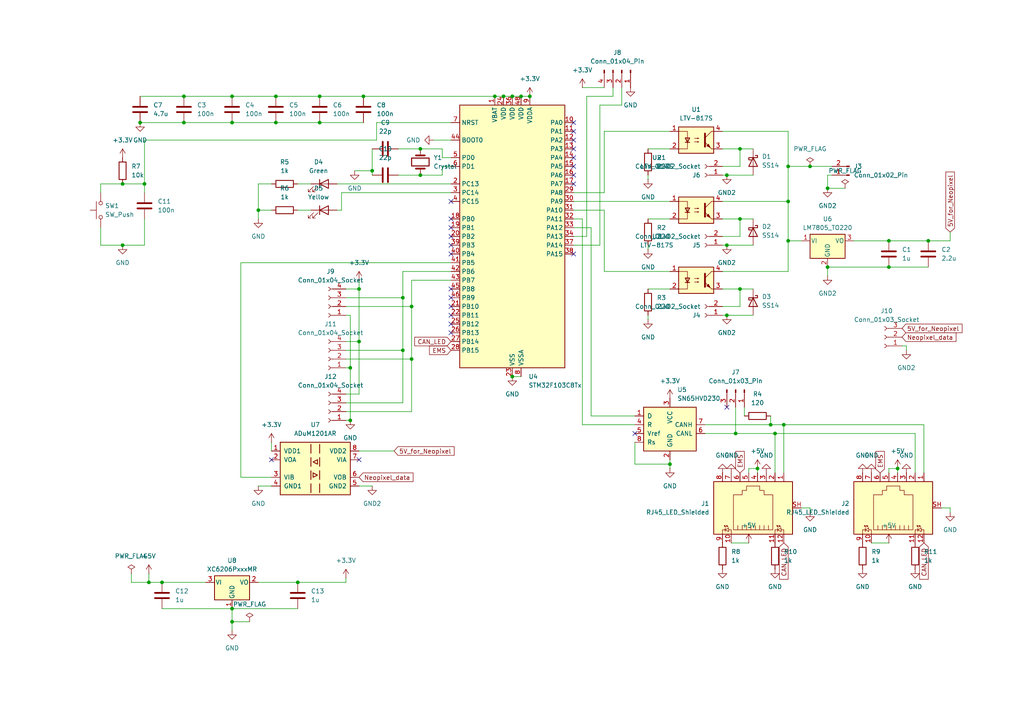
<source format=kicad_sch>
(kicad_sch (version 20250114) (generator "eeschema") (generator_version "9.0")
  (paper "A4")
  (junction (at 240.03 54.61))
  (junction (at 74.93 60.96))
  (junction (at 153.67 27.94))
  (junction (at 143.51 27.94))
  (junction (at 35.56 53.34))
  (junction (at 214.63 63.5))
  (junction (at 213.36 125.73))
  (junction (at 227.33 123.19))
  (junction (at 119.38 104.14))
  (junction (at 148.59 27.94))
  (junction (at 53.34 27.94))
  (junction (at 53.34 35.56))
  (junction (at 104.14 83.82))
  (junction (at 194.31 134.62))
  (junction (at 121.92 50.8))
  (junction (at 67.31 176.53))
  (junction (at 228.6 58.42))
  (junction (at 219.71 135.89))
  (junction (at 148.59 109.22))
  (junction (at 116.84 101.6))
  (junction (at 234.95 48.26))
  (junction (at 80.01 27.94))
  (junction (at 151.13 27.94))
  (junction (at 40.64 35.56))
  (junction (at 269.24 69.85))
  (junction (at 210.82 91.44))
  (junction (at 35.56 71.12))
  (junction (at 41.91 53.34))
  (junction (at 67.31 180.34))
  (junction (at 210.82 50.8))
  (junction (at 224.79 125.73))
  (junction (at 67.31 35.56))
  (junction (at 116.84 86.36))
  (junction (at 46.99 168.91))
  (junction (at 86.36 168.91))
  (junction (at 223.52 123.19))
  (junction (at 214.63 83.82))
  (junction (at 43.18 168.91))
  (junction (at 101.6 106.68))
  (junction (at 214.63 43.18))
  (junction (at 67.31 27.94))
  (junction (at 146.05 27.94))
  (junction (at 92.71 35.56))
  (junction (at 105.41 27.94))
  (junction (at 228.6 48.26))
  (junction (at 257.81 69.85))
  (junction (at 92.71 27.94))
  (junction (at 101.6 121.92))
  (junction (at 104.14 99.06))
  (junction (at 240.03 77.47))
  (junction (at 210.82 71.12))
  (junction (at 257.81 77.47))
  (junction (at 260.35 135.89))
  (junction (at 107.95 49.53))
  (junction (at 119.38 88.9))
  (junction (at 80.01 35.56))
  (junction (at 228.6 69.85))
  (junction (at 121.92 43.18))
  (no_connect (at 210.82 118.11))
  (no_connect (at 130.81 73.66))
  (no_connect (at 184.15 125.73))
  (no_connect (at 130.81 66.04))
  (no_connect (at 130.81 58.42))
  (no_connect (at 166.37 73.66))
  (no_connect (at 166.37 50.8))
  (no_connect (at 166.37 53.34))
  (no_connect (at 166.37 48.26))
  (no_connect (at 130.81 68.58))
  (no_connect (at 130.81 86.36))
  (no_connect (at 166.37 40.64))
  (no_connect (at 130.81 63.5))
  (no_connect (at 130.81 83.82))
  (no_connect (at 130.81 96.52))
  (no_connect (at 130.81 88.9))
  (no_connect (at 78.74 133.35))
  (no_connect (at 104.14 133.35))
  (no_connect (at 166.37 45.72))
  (no_connect (at 130.81 93.98))
  (no_connect (at 166.37 35.56))
  (no_connect (at 130.81 91.44))
  (no_connect (at 166.37 38.1))
  (no_connect (at 130.81 71.12))
  (no_connect (at 166.37 43.18))
  (wire (pts (xy 107.95 43.18) (xy 107.95 49.53)))
  (wire (pts (xy 217.17 135.89) (xy 219.71 135.89)))
  (wire (pts (xy 209.55 50.8) (xy 210.82 50.8)))
  (wire (pts (xy 143.51 27.94) (xy 146.05 27.94)))
  (wire (pts (xy 67.31 27.94) (xy 80.01 27.94)))
  (wire (pts (xy 128.27 50.8) (xy 128.27 48.26)))
  (wire (pts (xy 128.27 45.72) (xy 130.81 45.72)))
  (wire (pts (xy 257.81 77.47) (xy 269.24 77.47)))
  (wire (pts (xy 177.8 25.4) (xy 177.8 27.94)))
  (wire (pts (xy 41.91 71.12) (xy 35.56 71.12)))
  (wire (pts (xy 166.37 63.5) (xy 168.91 63.5)))
  (wire (pts (xy 130.81 78.74) (xy 116.84 78.74)))
  (wire (pts (xy 209.55 91.44) (xy 210.82 91.44)))
  (wire (pts (xy 210.82 50.8) (xy 218.44 50.8)))
  (wire (pts (xy 247.65 69.85) (xy 257.81 69.85)))
  (wire (pts (xy 69.85 76.2) (xy 130.81 76.2)))
  (wire (pts (xy 227.33 123.19) (xy 227.33 137.16)))
  (wire (pts (xy 184.15 134.62) (xy 194.31 134.62)))
  (wire (pts (xy 275.59 67.31) (xy 275.59 69.85)))
  (wire (pts (xy 69.85 138.43) (xy 69.85 76.2)))
  (wire (pts (xy 99.06 55.88) (xy 130.81 55.88)))
  (wire (pts (xy 224.79 125.73) (xy 224.79 137.16)))
  (wire (pts (xy 59.69 168.91) (xy 46.99 168.91)))
  (wire (pts (xy 166.37 58.42) (xy 194.31 58.42)))
  (wire (pts (xy 273.05 147.32) (xy 275.59 147.32)))
  (wire (pts (xy 175.26 38.1) (xy 175.26 55.88)))
  (wire (pts (xy 35.56 53.34) (xy 41.91 53.34)))
  (wire (pts (xy 166.37 60.96) (xy 175.26 60.96)))
  (wire (pts (xy 148.59 109.22) (xy 151.13 109.22)))
  (wire (pts (xy 215.9 118.11) (xy 215.9 120.65)))
  (wire (pts (xy 180.34 30.48) (xy 173.99 30.48)))
  (wire (pts (xy 80.01 27.94) (xy 92.71 27.94)))
  (wire (pts (xy 194.31 134.62) (xy 194.31 133.35)))
  (wire (pts (xy 232.41 147.32) (xy 234.95 147.32)))
  (wire (pts (xy 67.31 180.34) (xy 67.31 182.88)))
  (wire (pts (xy 170.18 27.94) (xy 170.18 68.58)))
  (wire (pts (xy 175.26 60.96) (xy 175.26 78.74)))
  (wire (pts (xy 100.33 106.68) (xy 101.6 106.68)))
  (wire (pts (xy 116.84 101.6) (xy 116.84 116.84)))
  (wire (pts (xy 121.92 43.18) (xy 128.27 43.18)))
  (wire (pts (xy 151.13 27.94) (xy 153.67 27.94)))
  (wire (pts (xy 187.96 52.07) (xy 187.96 50.8)))
  (wire (pts (xy 100.33 104.14) (xy 119.38 104.14)))
  (wire (pts (xy 53.34 27.94) (xy 67.31 27.94)))
  (wire (pts (xy 214.63 68.58) (xy 214.63 63.5)))
  (wire (pts (xy 101.6 106.68) (xy 101.6 121.92)))
  (wire (pts (xy 171.45 120.65) (xy 184.15 120.65)))
  (wire (pts (xy 227.33 123.19) (xy 267.97 123.19)))
  (wire (pts (xy 86.36 60.96) (xy 90.17 60.96)))
  (wire (pts (xy 29.21 71.12) (xy 35.56 71.12)))
  (wire (pts (xy 97.79 60.96) (xy 99.06 60.96)))
  (wire (pts (xy 209.55 88.9) (xy 214.63 88.9)))
  (wire (pts (xy 209.55 71.12) (xy 210.82 71.12)))
  (wire (pts (xy 168.91 63.5) (xy 168.91 123.19)))
  (wire (pts (xy 240.03 77.47) (xy 257.81 77.47)))
  (wire (pts (xy 219.71 135.89) (xy 219.71 137.16)))
  (wire (pts (xy 86.36 53.34) (xy 90.17 53.34)))
  (wire (pts (xy 104.14 99.06) (xy 104.14 83.82)))
  (wire (pts (xy 119.38 88.9) (xy 119.38 81.28)))
  (wire (pts (xy 228.6 48.26) (xy 228.6 58.42)))
  (wire (pts (xy 119.38 81.28) (xy 130.81 81.28)))
  (wire (pts (xy 115.57 50.8) (xy 121.92 50.8)))
  (wire (pts (xy 214.63 48.26) (xy 209.55 48.26)))
  (wire (pts (xy 228.6 38.1) (xy 228.6 48.26)))
  (wire (pts (xy 102.87 49.53) (xy 107.95 49.53)))
  (wire (pts (xy 128.27 43.18) (xy 128.27 45.72)))
  (wire (pts (xy 209.55 63.5) (xy 214.63 63.5)))
  (wire (pts (xy 109.22 40.64) (xy 41.91 40.64)))
  (wire (pts (xy 100.33 83.82) (xy 104.14 83.82)))
  (wire (pts (xy 92.71 27.94) (xy 105.41 27.94)))
  (wire (pts (xy 29.21 66.04) (xy 29.21 71.12)))
  (wire (pts (xy 40.64 27.94) (xy 53.34 27.94)))
  (wire (pts (xy 171.45 66.04) (xy 171.45 120.65)))
  (wire (pts (xy 104.14 130.81) (xy 114.3 130.81)))
  (wire (pts (xy 119.38 104.14) (xy 119.38 119.38)))
  (wire (pts (xy 168.91 25.4) (xy 175.26 25.4)))
  (wire (pts (xy 184.15 128.27) (xy 184.15 134.62)))
  (wire (pts (xy 38.1 168.91) (xy 38.1 166.37)))
  (wire (pts (xy 214.63 83.82) (xy 218.44 83.82)))
  (wire (pts (xy 228.6 69.85) (xy 228.6 78.74)))
  (wire (pts (xy 74.93 60.96) (xy 78.74 60.96)))
  (wire (pts (xy 223.52 123.19) (xy 227.33 123.19)))
  (wire (pts (xy 78.74 128.27) (xy 78.74 130.81)))
  (wire (pts (xy 214.63 88.9) (xy 214.63 83.82)))
  (wire (pts (xy 119.38 88.9) (xy 119.38 104.14)))
  (wire (pts (xy 29.21 53.34) (xy 35.56 53.34)))
  (wire (pts (xy 214.63 63.5) (xy 218.44 63.5)))
  (wire (pts (xy 228.6 38.1) (xy 209.55 38.1)))
  (wire (pts (xy 217.17 137.16) (xy 217.17 135.89)))
  (wire (pts (xy 214.63 43.18) (xy 218.44 43.18)))
  (wire (pts (xy 74.93 53.34) (xy 74.93 60.96)))
  (wire (pts (xy 53.34 35.56) (xy 67.31 35.56)))
  (wire (pts (xy 99.06 60.96) (xy 99.06 55.88)))
  (wire (pts (xy 209.55 58.42) (xy 228.6 58.42)))
  (wire (pts (xy 86.36 168.91) (xy 100.33 168.91)))
  (wire (pts (xy 67.31 176.53) (xy 86.36 176.53)))
  (wire (pts (xy 116.84 116.84) (xy 100.33 116.84)))
  (wire (pts (xy 128.27 48.26) (xy 130.81 48.26)))
  (wire (pts (xy 212.09 157.48) (xy 217.17 157.48)))
  (wire (pts (xy 228.6 48.26) (xy 234.95 48.26)))
  (wire (pts (xy 100.33 168.91) (xy 100.33 167.64)))
  (wire (pts (xy 116.84 78.74) (xy 116.84 86.36)))
  (wire (pts (xy 240.03 54.61) (xy 240.03 50.8)))
  (wire (pts (xy 228.6 69.85) (xy 232.41 69.85)))
  (wire (pts (xy 100.33 86.36) (xy 116.84 86.36)))
  (wire (pts (xy 257.81 135.89) (xy 260.35 135.89)))
  (wire (pts (xy 67.31 35.56) (xy 80.01 35.56)))
  (wire (pts (xy 168.91 123.19) (xy 184.15 123.19)))
  (wire (pts (xy 67.31 176.53) (xy 67.31 180.34)))
  (wire (pts (xy 187.96 63.5) (xy 194.31 63.5)))
  (wire (pts (xy 121.92 50.8) (xy 128.27 50.8)))
  (wire (pts (xy 148.59 27.94) (xy 151.13 27.94)))
  (wire (pts (xy 275.59 147.32) (xy 275.59 148.59)))
  (wire (pts (xy 173.99 30.48) (xy 173.99 71.12)))
  (wire (pts (xy 194.31 135.89) (xy 194.31 134.62)))
  (wire (pts (xy 209.55 43.18) (xy 214.63 43.18)))
  (wire (pts (xy 46.99 176.53) (xy 67.31 176.53)))
  (wire (pts (xy 29.21 55.88) (xy 29.21 53.34)))
  (wire (pts (xy 80.01 35.56) (xy 92.71 35.56)))
  (wire (pts (xy 105.41 27.94) (xy 143.51 27.94)))
  (wire (pts (xy 166.37 66.04) (xy 171.45 66.04)))
  (wire (pts (xy 125.73 40.64) (xy 130.81 40.64)))
  (wire (pts (xy 180.34 25.4) (xy 180.34 30.48)))
  (wire (pts (xy 78.74 53.34) (xy 74.93 53.34)))
  (wire (pts (xy 257.81 137.16) (xy 257.81 135.89)))
  (wire (pts (xy 119.38 119.38) (xy 100.33 119.38)))
  (wire (pts (xy 209.55 68.58) (xy 214.63 68.58)))
  (wire (pts (xy 265.43 125.73) (xy 265.43 137.16)))
  (wire (pts (xy 46.99 168.91) (xy 43.18 168.91)))
  (wire (pts (xy 41.91 63.5) (xy 41.91 71.12)))
  (wire (pts (xy 100.33 121.92) (xy 101.6 121.92)))
  (wire (pts (xy 240.03 77.47) (xy 240.03 80.01)))
  (wire (pts (xy 41.91 53.34) (xy 41.91 55.88)))
  (wire (pts (xy 177.8 27.94) (xy 170.18 27.94)))
  (wire (pts (xy 74.93 140.97) (xy 78.74 140.97)))
  (wire (pts (xy 261.62 100.33) (xy 262.89 100.33)))
  (wire (pts (xy 267.97 123.19) (xy 267.97 137.16)))
  (wire (pts (xy 228.6 58.42) (xy 228.6 69.85)))
  (wire (pts (xy 187.96 92.71) (xy 187.96 91.44)))
  (wire (pts (xy 109.22 35.56) (xy 109.22 40.64)))
  (wire (pts (xy 187.96 83.82) (xy 194.31 83.82)))
  (wire (pts (xy 74.93 168.91) (xy 86.36 168.91)))
  (wire (pts (xy 74.93 60.96) (xy 74.93 63.5)))
  (wire (pts (xy 213.36 125.73) (xy 224.79 125.73)))
  (wire (pts (xy 234.95 147.32) (xy 234.95 148.59)))
  (wire (pts (xy 104.14 140.97) (xy 107.95 140.97)))
  (wire (pts (xy 40.64 35.56) (xy 53.34 35.56)))
  (wire (pts (xy 101.6 91.44) (xy 101.6 106.68)))
  (wire (pts (xy 104.14 83.82) (xy 104.14 81.28)))
  (wire (pts (xy 204.47 125.73) (xy 213.36 125.73)))
  (wire (pts (xy 240.03 54.61) (xy 245.11 54.61)))
  (wire (pts (xy 100.33 101.6) (xy 116.84 101.6)))
  (wire (pts (xy 116.84 86.36) (xy 116.84 101.6)))
  (wire (pts (xy 100.33 88.9) (xy 119.38 88.9)))
  (wire (pts (xy 43.18 168.91) (xy 38.1 168.91)))
  (wire (pts (xy 78.74 138.43) (xy 69.85 138.43)))
  (wire (pts (xy 92.71 35.56) (xy 105.41 35.56)))
  (wire (pts (xy 275.59 69.85) (xy 269.24 69.85)))
  (wire (pts (xy 252.73 157.48) (xy 257.81 157.48)))
  (wire (pts (xy 262.89 100.33) (xy 262.89 101.6)))
  (wire (pts (xy 100.33 99.06) (xy 104.14 99.06)))
  (wire (pts (xy 175.26 55.88) (xy 166.37 55.88)))
  (wire (pts (xy 187.96 43.18) (xy 194.31 43.18)))
  (wire (pts (xy 213.36 118.11) (xy 213.36 125.73)))
  (wire (pts (xy 194.31 38.1) (xy 175.26 38.1)))
  (wire (pts (xy 210.82 91.44) (xy 218.44 91.44)))
  (wire (pts (xy 257.81 69.85) (xy 269.24 69.85)))
  (wire (pts (xy 100.33 114.3) (xy 104.14 114.3)))
  (wire (pts (xy 115.57 43.18) (xy 121.92 43.18)))
  (wire (pts (xy 41.91 40.64) (xy 41.91 53.34)))
  (wire (pts (xy 209.55 83.82) (xy 214.63 83.82)))
  (wire (pts (xy 170.18 68.58) (xy 166.37 68.58)))
  (wire (pts (xy 67.31 180.34) (xy 72.39 180.34)))
  (wire (pts (xy 97.79 53.34) (xy 130.81 53.34)))
  (wire (pts (xy 204.47 123.19) (xy 223.52 123.19)))
  (wire (pts (xy 100.33 91.44) (xy 101.6 91.44)))
  (wire (pts (xy 104.14 114.3) (xy 104.14 99.06)))
  (wire (pts (xy 146.05 27.94) (xy 148.59 27.94)))
  (wire (pts (xy 130.81 35.56) (xy 109.22 35.56)))
  (wire (pts (xy 234.95 48.26) (xy 241.3 48.26)))
  (wire (pts (xy 240.03 50.8) (xy 241.3 50.8)))
  (wire (pts (xy 175.26 78.74) (xy 194.31 78.74)))
  (wire (pts (xy 43.18 166.37) (xy 43.18 168.91)))
  (wire (pts (xy 210.82 71.12) (xy 218.44 71.12)))
  (wire (pts (xy 224.79 125.73) (xy 265.43 125.73)))
  (wire (pts (xy 187.96 72.39) (xy 187.96 71.12)))
  (wire (pts (xy 214.63 43.18) (xy 214.63 48.26)))
  (wire (pts (xy 228.6 78.74) (xy 209.55 78.74)))
  (wire (pts (xy 173.99 71.12) (xy 166.37 71.12)))
  (wire (pts (xy 107.95 49.53) (xy 107.95 50.8)))
  (wire (pts (xy 223.52 120.65) (xy 223.52 123.19)))
  (wire (pts (xy 260.35 135.89) (xy 260.35 137.16)))
  (global_label "Neopixel_data" (shape input) (at 261.62 97.79 0) (property "Intersheetrefs" "${INTERSHEET_REFS}" (effects (hide yes))))
  (global_label "CAN_LED" (shape input) (at 227.33 157.48 270) (property "Intersheetrefs" "${INTERSHEET_REFS}" (effects (hide yes))))
  (global_label "EMS" (shape input) (at 214.63 137.16 90) (property "Intersheetrefs" "${INTERSHEET_REFS}" (effects (hide yes))))
  (global_label "5V_for_Neopixel" (shape input) (at 275.59 67.31 90) (property "Intersheetrefs" "${INTERSHEET_REFS}" (effects (hide yes))))
  (global_label "5V_for_Neopixel" (shape input) (at 114.3 130.81 0) (property "Intersheetrefs" "${INTERSHEET_REFS}" (effects (hide yes))))
  (global_label "CAN_LED" (shape input) (at 267.97 157.48 270) (property "Intersheetrefs" "${INTERSHEET_REFS}" (effects (hide yes))))
  (global_label "5V_for_Neopixel" (shape input) (at 261.62 95.25 0) (property "Intersheetrefs" "${INTERSHEET_REFS}" (effects (hide yes))))
  (global_label "CAN_LED" (shape input) (at 130.81 99.06 180) (property "Intersheetrefs" "${INTERSHEET_REFS}" (effects (hide yes))))
  (global_label "EMS" (shape input) (at 130.81 101.6 180) (property "Intersheetrefs" "${INTERSHEET_REFS}" (effects (hide yes))))
  (global_label "Neopixel_data" (shape input) (at 104.14 138.43 0) (property "Intersheetrefs" "${INTERSHEET_REFS}" (effects (hide yes))))
  (global_label "EMS" (shape input) (at 255.27 137.16 90) (property "Intersheetrefs" "${INTERSHEET_REFS}" (effects (hide yes))))
  (symbol (lib_id "Device:R") (at 265.43 161.29 0) (unit 1)
    (property "Reference" "R11" (at 267.97 160.0199 0) (effects (justify left)))
    (property "Value" "1k" (at 267.97 162.5599 0) (effects (justify left)))
    (property "Footprint" "Resistor_SMD:R_0603_1608Metric" (effects (hide yes)))
    (property "Description" "Resistor" (effects (hide yes)))
  )
  (symbol (lib_id "power:+5V") (at 260.35 135.89 0) (unit 1)
    (property "Reference" "#PWR016" (effects (hide yes)))
    (property "Value" "+5V" (at 260.35 130.81 0))
    (property "Description" "Power symbol creates a global label with name \"+5V\"" (effects (hide yes)))
  )
  (symbol (lib_id "Connector:Conn_01x04_Pin") (at 180.34 20.32 270) (unit 1)
    (property "Reference" "J8" (at 179.07 15.24 90))
    (property "Value" "Conn_01x04_Pin" (at 179.07 17.78 90))
    (property "Footprint" "Connector_PinHeader_2.54mm:PinHeader_1x04_P2.54mm_Vertical" (effects (hide yes)))
    (property "Description" "Generic connector, single row, 01x04, script generated" (effects (hide yes)))
  )
  (symbol (lib_id "Device:C") (at 86.36 172.72 0) (unit 1)
    (property "Reference" "C13" (at 90.17 171.4499 0) (effects (justify left)))
    (property "Value" "1u" (at 90.17 173.9899 0) (effects (justify left)))
    (property "Footprint" "Capacitor_SMD:C_0603_1608Metric" (effects (hide yes)))
    (property "Description" "Unpolarized capacitor" (effects (hide yes)))
  )
  (symbol (lib_id "Isolator:LTV-817S") (at 201.93 40.64 0) (unit 1)
    (property "Reference" "U1" (at 201.93 31.75 0))
    (property "Value" "LTV-817S" (at 201.93 34.29 0))
    (property "Footprint" "Package_DIP:SMDIP-4_W9.53mm" (effects (hide yes)))
    (property "Datasheet" "http://www.us.liteon.com/downloads/LTV-817-827-847.PDF" (effects (hide yes)))
    (property "Description" "DC Optocoupler, Vce 35V, CTR 50%, SMDIP-4" (effects (hide yes)))
  )
  (symbol (lib_id "Device:LED") (at 93.98 60.96 0) (unit 1)
    (property "Reference" "D5" (at 92.3925 54.61 0))
    (property "Value" "Yellow" (at 92.3925 57.15 0))
    (property "Footprint" "LED_SMD:LED_0805_2012Metric" (effects (hide yes)))
    (property "Description" "Light emitting diode" (effects (hide yes)))
    (property "Sim.Pins" "1=K 2=A" (effects (hide yes)))
  )
  (symbol (lib_id "power:GND2") (at 210.82 91.44 0) (unit 1)
    (property "Reference" "#PWR01" (effects (hide yes)))
    (property "Value" "GND2" (at 210.82 96.52 0))
    (property "Description" "Power symbol creates a global label with name \"GND2\" , ground" (effects (hide yes)))
  )
  (symbol (lib_id "Device:C") (at 53.34 31.75 0) (unit 1)
    (property "Reference" "C3" (at 57.15 30.4799 0) (effects (justify left)))
    (property "Value" "100n" (at 57.15 33.0199 0) (effects (justify left)))
    (property "Footprint" "Capacitor_SMD:C_0603_1608Metric" (effects (hide yes)))
    (property "Description" "Unpolarized capacitor" (effects (hide yes)))
  )
  (symbol (lib_id "power:GND2") (at 240.03 54.61 0) (unit 1)
    (property "Reference" "#PWR019" (effects (hide yes)))
    (property "Value" "GND2" (at 240.03 59.69 0))
    (property "Description" "Power symbol creates a global label with name \"GND2\" , ground" (effects (hide yes)))
  )
  (symbol (lib_id "power:PWR_FLAG") (at 72.39 180.34 0) (unit 1)
    (property "Reference" "#FLG04" (effects (hide yes)))
    (property "Value" "PWR_FLAG" (at 72.39 175.26 0))
    (property "Description" "Special symbol for telling ERC where power comes from" (effects (hide yes)))
  )
  (symbol (lib_id "Connector:Conn_01x02_Pin") (at 246.38 50.8 180) (unit 1)
    (property "Reference" "J3" (at 247.65 48.2599 0) (effects (justify right)))
    (property "Value" "Conn_01x02_Pin" (at 247.65 50.7999 0) (effects (justify right)))
    (property "Footprint" "Connector_AMASS:AMASS_XT30U-F_1x02_P5.0mm_Vertical" (effects (hide yes)))
    (property "Description" "Generic connector, single row, 01x02, script generated" (effects (hide yes)))
  )
  (symbol (lib_id "Device:R") (at 187.96 46.99 0) (unit 1)
    (property "Reference" "R1" (at 190.5 45.7199 0) (effects (justify left)))
    (property "Value" "220" (at 190.5 48.2599 0) (effects (justify left)))
    (property "Footprint" "Resistor_SMD:R_0603_1608Metric" (effects (hide yes)))
    (property "Description" "Resistor" (effects (hide yes)))
  )
  (symbol (lib_id "power:+3.3V") (at 78.74 128.27 0) (unit 1)
    (property "Reference" "#PWR032" (effects (hide yes)))
    (property "Value" "+3.3V" (at 78.74 123.19 0))
    (property "Description" "Power symbol creates a global label with name \"+3.3V\"" (effects (hide yes)))
  )
  (symbol (lib_id "Device:C") (at 40.64 31.75 0) (unit 1)
    (property "Reference" "C7" (at 44.45 30.4799 0) (effects (justify left)))
    (property "Value" "4.7u" (at 44.45 33.0199 0) (effects (justify left)))
    (property "Footprint" "Capacitor_SMD:C_0603_1608Metric" (effects (hide yes)))
    (property "Description" "Unpolarized capacitor" (effects (hide yes)))
  )
  (symbol (lib_id "Connector:Conn_01x02_Socket") (at 204.47 91.44 180) (unit 1)
    (property "Reference" "J4" (at 203.2 91.4401 0) (effects (justify left)))
    (property "Value" "Conn_01x02_Socket" (at 203.2 88.9001 0) (effects (justify left)))
    (property "Footprint" "Connector_JST:JST_XH_B2B-XH-A_1x02_P2.50mm_Vertical" (effects (hide yes)))
    (property "Description" "Generic connector, single row, 01x02, script generated" (effects (hide yes)))
  )
  (symbol (lib_id "power:GND") (at 222.25 137.16 180) (unit 1)
    (property "Reference" "#PWR012" (effects (hide yes)))
    (property "Value" "GND" (at 222.25 132.08 0))
    (property "Description" "Power symbol creates a global label with name \"GND\" , ground" (effects (hide yes)))
  )
  (symbol (lib_id "power:GND") (at 265.43 165.1 0) (unit 1)
    (property "Reference" "#PWR039" (effects (hide yes)))
    (property "Value" "GND" (at 265.43 170.18 0))
    (property "Description" "Power symbol creates a global label with name \"GND\" , ground" (effects (hide yes)))
  )
  (symbol (lib_id "power:+3.3V") (at 35.56 45.72 0) (unit 1)
    (property "Reference" "#PWR045" (effects (hide yes)))
    (property "Value" "+3.3V" (at 35.56 40.64 0))
    (property "Description" "Power symbol creates a global label with name \"+3.3V\"" (effects (hide yes)))
  )
  (symbol (lib_id "power:GND") (at 209.55 165.1 0) (unit 1)
    (property "Reference" "#PWR036" (effects (hide yes)))
    (property "Value" "GND" (at 209.55 170.18 0))
    (property "Description" "Power symbol creates a global label with name \"GND\" , ground" (effects (hide yes)))
  )
  (symbol (lib_id "Device:R") (at 187.96 67.31 0) (unit 1)
    (property "Reference" "R2" (at 190.5 66.0399 0) (effects (justify left)))
    (property "Value" "220" (at 190.5 68.5799 0) (effects (justify left)))
    (property "Footprint" "Resistor_SMD:R_0603_1608Metric" (effects (hide yes)))
    (property "Description" "Resistor" (effects (hide yes)))
  )
  (symbol (lib_id "power:GND") (at 209.55 137.16 180) (unit 1)
    (property "Reference" "#PWR010" (effects (hide yes)))
    (property "Value" "GND" (at 209.55 132.08 0))
    (property "Description" "Power symbol creates a global label with name \"GND\" , ground" (effects (hide yes)))
  )
  (symbol (lib_id "power:+5V") (at 219.71 135.89 0) (unit 1)
    (property "Reference" "#PWR017" (effects (hide yes)))
    (property "Value" "+5V" (at 219.71 130.81 0))
    (property "Description" "Power symbol creates a global label with name \"+5V\"" (effects (hide yes)))
  )
  (symbol (lib_id "power:GND") (at 74.93 140.97 0) (unit 1)
    (property "Reference" "#PWR030" (effects (hide yes)))
    (property "Value" "GND" (at 74.93 146.05 0))
    (property "Description" "Power symbol creates a global label with name \"GND\" , ground" (effects (hide yes)))
  )
  (symbol (lib_id "Device:R") (at 209.55 161.29 0) (unit 1)
    (property "Reference" "R8" (at 212.09 160.0199 0) (effects (justify left)))
    (property "Value" "1k" (at 212.09 162.5599 0) (effects (justify left)))
    (property "Footprint" "Resistor_SMD:R_0603_1608Metric" (effects (hide yes)))
    (property "Description" "Resistor" (effects (hide yes)))
  )
  (symbol (lib_id "Device:Crystal") (at 121.92 46.99 270) (unit 1)
    (property "Reference" "Y1" (at 125.73 45.7199 90) (effects (justify left)))
    (property "Value" "Crystal" (at 125.73 48.2599 90) (effects (justify left)))
    (property "Footprint" "Crystal:Crystal_SMD_5032-2Pin_5.0x3.2mm" (effects (hide yes)))
    (property "Description" "Two pin crystal" (effects (hide yes)))
  )
  (symbol (lib_id "Device:C") (at 80.01 31.75 0) (unit 1)
    (property "Reference" "C5" (at 83.82 30.4799 0) (effects (justify left)))
    (property "Value" "100n" (at 83.82 33.0199 0) (effects (justify left)))
    (property "Footprint" "Capacitor_SMD:C_0603_1608Metric" (effects (hide yes)))
    (property "Description" "Unpolarized capacitor" (effects (hide yes)))
  )
  (symbol (lib_id "Interface_CAN_LIN:SN65HVD230") (at 194.31 123.19 0) (unit 1)
    (property "Reference" "U5" (at 196.4533 113.03 0) (effects (justify left)))
    (property "Value" "SN65HVD230" (at 196.4533 115.57 0) (effects (justify left)))
    (property "Footprint" "Package_SO:SOIC-8_3.9x4.9mm_P1.27mm" (effects (hide yes)))
    (property "Datasheet" "http://www.ti.com/lit/ds/symlink/sn65hvd230.pdf" (effects (hide yes)))
    (property "Description" "CAN Bus Transceivers, 3.3V, 1Mbps, Low-Power capabilities, SOIC-8" (effects (hide yes)))
  )
  (symbol (lib_id "power:+5V") (at 257.81 157.48 0) (unit 1)
    (property "Reference" "#PWR035" (effects (hide yes)))
    (property "Value" "+5V" (at 257.81 152.4 0))
    (property "Description" "Power symbol creates a global label with name \"+5V\"" (effects (hide yes)))
  )
  (symbol (lib_id "power:GND") (at 187.96 52.07 0) (unit 1)
    (property "Reference" "#PWR05" (effects (hide yes)))
    (property "Value" "GND" (at 187.96 57.15 0))
    (property "Description" "Power symbol creates a global label with name \"GND\" , ground" (effects (hide yes)))
  )
  (symbol (lib_id "Connector:RJ45_LED_Shielded") (at 219.71 147.32 90) (unit 1)
    (property "Reference" "J1" (at 205.74 146.0499 90) (effects (justify left)))
    (property "Value" "RJ45_LED_Shielded" (at 205.74 148.5899 90) (effects (justify left)))
    (property "Footprint" "Connector_RJ:RJ45_Amphenol_RJHSE538X" (effects (hide yes)))
    (property "Description" "RJ connector, 8P8C (8 positions 8 connected), two LEDs, Shielded" (effects (hide yes)))
  )
  (symbol (lib_id "power:GND") (at 250.19 137.16 180) (unit 1)
    (property "Reference" "#PWR013" (effects (hide yes)))
    (property "Value" "GND" (at 250.19 132.08 0))
    (property "Description" "Power symbol creates a global label with name \"GND\" , ground" (effects (hide yes)))
  )
  (symbol (lib_id "power:+5V") (at 217.17 157.48 0) (unit 1)
    (property "Reference" "#PWR034" (effects (hide yes)))
    (property "Value" "+5V" (at 217.17 152.4 0))
    (property "Description" "Power symbol creates a global label with name \"+5V\"" (effects (hide yes)))
  )
  (symbol (lib_id "Device:C") (at 92.71 31.75 0) (unit 1)
    (property "Reference" "C6" (at 96.52 30.4799 0) (effects (justify left)))
    (property "Value" "100n" (at 96.52 33.0199 0) (effects (justify left)))
    (property "Footprint" "Capacitor_SMD:C_0603_1608Metric" (effects (hide yes)))
    (property "Description" "Unpolarized capacitor" (effects (hide yes)))
  )
  (symbol (lib_id "Diode:SS14") (at 218.44 46.99 270) (unit 1)
    (property "Reference" "D1" (at 220.98 45.4024 90) (effects (justify left)))
    (property "Value" "SS14" (at 220.98 47.9424 90) (effects (justify left)))
    (property "Footprint" "Diode_SMD:D_SMA" (effects (hide yes)))
    (property "Datasheet" "https://www.vishay.com/docs/88746/ss12.pdf" (effects (hide yes)))
    (property "Description" "40V 1A Schottky Diode, SMA" (effects (hide yes)))
  )
  (symbol (lib_id "Device:R") (at 82.55 53.34 270) (unit 1)
    (property "Reference" "R5" (at 82.55 46.99 90))
    (property "Value" "1k" (at 82.55 49.53 90))
    (property "Footprint" "Resistor_SMD:R_0603_1608Metric" (effects (hide yes)))
    (property "Description" "Resistor" (effects (hide yes)))
  )
  (symbol (lib_id "power:GND") (at 148.59 109.22 0) (unit 1)
    (property "Reference" "#PWR028" (effects (hide yes)))
    (property "Value" "GND" (at 148.59 114.3 0))
    (property "Description" "Power symbol creates a global label with name \"GND\" , ground" (effects (hide yes)))
  )
  (symbol (lib_id "Device:C") (at 111.76 50.8 270) (unit 1)
    (property "Reference" "C10" (at 111.76 43.18 90))
    (property "Value" "22p" (at 111.76 45.72 90))
    (property "Footprint" "Capacitor_SMD:C_0603_1608Metric" (effects (hide yes)))
    (property "Description" "Unpolarized capacitor" (effects (hide yes)))
  )
  (symbol (lib_id "Connector:Conn_01x03_Socket") (at 256.54 97.79 180) (unit 1)
    (property "Reference" "J10" (at 257.175 90.17 0))
    (property "Value" "Conn_01x03_Socket" (at 257.175 92.71 0))
    (property "Footprint" "Connector_JST:JST_XH_B3B-XH-A_1x03_P2.50mm_Vertical" (effects (hide yes)))
    (property "Description" "Generic connector, single row, 01x03, script generated" (effects (hide yes)))
  )
  (symbol (lib_id "MCU_ST_STM32F1:STM32F103C8Tx") (at 148.59 68.58 0) (unit 1)
    (property "Reference" "U4" (at 153.2733 109.22 0) (effects (justify left)))
    (property "Value" "STM32F103C8Tx" (at 153.2733 111.76 0) (effects (justify left)))
    (property "Footprint" "Package_QFP:LQFP-48_7x7mm_P0.5mm" (effects (hide yes)))
    (property "Datasheet" "https://www.st.com/resource/en/datasheet/stm32f103c8.pdf" (effects (hide yes)))
    (property "Description" "STMicroelectronics Arm Cortex-M3 MCU, 64KB flash, 20KB RAM, 72 MHz, 2.0-3.6V, 37 GPIO, LQFP48" (effects (hide yes)))
  )
  (symbol (lib_id "power:GND") (at 275.59 148.59 0) (unit 1)
    (property "Reference" "#PWR041" (effects (hide yes)))
    (property "Value" "GND" (at 275.59 153.67 0))
    (property "Description" "Power symbol creates a global label with name \"GND\" , ground" (effects (hide yes)))
  )
  (symbol (lib_id "Device:R") (at 82.55 60.96 90) (unit 1)
    (property "Reference" "R6" (at 82.55 54.61 90))
    (property "Value" "1k" (at 82.55 57.15 90))
    (property "Footprint" "Resistor_SMD:R_0603_1608Metric" (effects (hide yes)))
    (property "Description" "Resistor" (effects (hide yes)))
  )
  (symbol (lib_id "power:+3.3V") (at 104.14 81.28 0) (unit 1)
    (property "Reference" "#PWR027" (effects (hide yes)))
    (property "Value" "+3.3V" (at 104.14 76.2 0))
    (property "Description" "Power symbol creates a global label with name \"+3.3V\"" (effects (hide yes)))
  )
  (symbol (lib_id "power:GND") (at 194.31 135.89 0) (unit 1)
    (property "Reference" "#PWR09" (effects (hide yes)))
    (property "Value" "GND" (at 194.31 140.97 0))
    (property "Description" "Power symbol creates a global label with name \"GND\" , ground" (effects (hide yes)))
  )
  (symbol (lib_id "power:GND") (at 212.09 137.16 180) (unit 1)
    (property "Reference" "#PWR011" (effects (hide yes)))
    (property "Value" "GND" (at 212.09 132.08 0))
    (property "Description" "Power symbol creates a global label with name \"GND\" , ground" (effects (hide yes)))
  )
  (symbol (lib_id "Device:C") (at 257.81 73.66 0) (unit 1)
    (property "Reference" "C1" (at 261.62 72.3899 0) (effects (justify left)))
    (property "Value" "1u" (at 261.62 74.9299 0) (effects (justify left)))
    (property "Footprint" "Capacitor_SMD:C_0603_1608Metric" (effects (hide yes)))
    (property "Description" "Unpolarized capacitor" (effects (hide yes)))
  )
  (symbol (lib_id "Isolator:ADuM1201AR") (at 91.44 135.89 0) (unit 1)
    (property "Reference" "U7" (at 91.44 123.19 0))
    (property "Value" "ADuM1201AR" (at 91.44 125.73 0))
    (property "Footprint" "Package_SO:SOIC-8_3.9x4.9mm_P1.27mm" (effects (hide yes)))
    (property "Datasheet" "https://www.analog.com/media/en/technical-documentation/data-sheets/ADuM1200_1201.pdf" (effects (hide yes)))
    (property "Description" "Dual-channel digital isolator, bidirectional communication, 3V/5V level translation, SOIC-8" (effects (hide yes)))
  )
  (symbol (lib_id "Device:R") (at 35.56 49.53 0) (unit 1)
    (property "Reference" "R7" (at 38.1 48.2599 0) (effects (justify left)))
    (property "Value" "10k" (at 38.1 50.7999 0) (effects (justify left)))
    (property "Footprint" "Resistor_SMD:R_0603_1608Metric" (effects (hide yes)))
    (property "Description" "Resistor" (effects (hide yes)))
  )
  (symbol (lib_id "Regulator_Linear:LM7805_TO220") (at 240.03 69.85 0) (unit 1)
    (property "Reference" "U6" (at 240.03 63.5 0))
    (property "Value" "LM7805_TO220" (at 240.03 66.04 0))
    (property "Footprint" "Package_TO_SOT_THT:TO-220-3_Vertical" (effects (hide yes)))
    (property "Datasheet" "https://www.onsemi.cn/PowerSolutions/document/MC7800-D.PDF" (effects (hide yes)))
    (property "Description" "Positive 1A 35V Linear Regulator, Fixed Output 5V, TO-220" (effects (hide yes)))
  )
  (symbol (lib_id "power:GND") (at 262.89 137.16 180) (unit 1)
    (property "Reference" "#PWR015" (effects (hide yes)))
    (property "Value" "GND" (at 262.89 132.08 0))
    (property "Description" "Power symbol creates a global label with name \"GND\" , ground" (effects (hide yes)))
  )
  (symbol (lib_id "power:GND") (at 224.79 165.1 0) (unit 1)
    (property "Reference" "#PWR038" (effects (hide yes)))
    (property "Value" "GND" (at 224.79 170.18 0))
    (property "Description" "Power symbol creates a global label with name \"GND\" , ground" (effects (hide yes)))
  )
  (symbol (lib_id "power:PWR_FLAG") (at 234.95 48.26 0) (unit 1)
    (property "Reference" "#FLG01" (effects (hide yes)))
    (property "Value" "PWR_FLAG" (at 234.95 43.18 0))
    (property "Description" "Special symbol for telling ERC where power comes from" (effects (hide yes)))
  )
  (symbol (lib_id "Device:C") (at 111.76 43.18 270) (unit 1)
    (property "Reference" "C9" (at 111.76 35.56 90))
    (property "Value" "22p" (at 111.76 38.1 90))
    (property "Footprint" "Capacitor_SMD:C_0603_1608Metric" (effects (hide yes)))
    (property "Description" "Unpolarized capacitor" (effects (hide yes)))
  )
  (symbol (lib_id "power:GND") (at 40.64 35.56 0) (unit 1)
    (property "Reference" "#PWR022" (effects (hide yes)))
    (property "Value" "GND" (at 40.64 40.64 0))
    (property "Description" "Power symbol creates a global label with name \"GND\" , ground" (effects (hide yes)))
  )
  (symbol (lib_id "power:GND") (at 234.95 148.59 0) (unit 1)
    (property "Reference" "#PWR040" (effects (hide yes)))
    (property "Value" "GND" (at 234.95 153.67 0))
    (property "Description" "Power symbol creates a global label with name \"GND\" , ground" (effects (hide yes)))
  )
  (symbol (lib_id "Device:R") (at 250.19 161.29 0) (unit 1)
    (property "Reference" "R9" (at 252.73 160.0199 0) (effects (justify left)))
    (property "Value" "1k" (at 252.73 162.5599 0) (effects (justify left)))
    (property "Footprint" "Resistor_SMD:R_0603_1608Metric" (effects (hide yes)))
    (property "Description" "Resistor" (effects (hide yes)))
  )
  (symbol (lib_id "Connector:RJ45_LED_Shielded") (at 260.35 147.32 90) (unit 1)
    (property "Reference" "J2" (at 246.38 146.0499 90) (effects (justify left)))
    (property "Value" "RJ45_LED_Shielded" (at 246.38 148.5899 90) (effects (justify left)))
    (property "Footprint" "Connector_RJ:RJ45_Amphenol_RJHSE538X" (effects (hide yes)))
    (property "Description" "RJ connector, 8P8C (8 positions 8 connected), two LEDs, Shielded" (effects (hide yes)))
  )
  (symbol (lib_id "Diode:SS14") (at 218.44 87.63 270) (unit 1)
    (property "Reference" "D3" (at 220.98 86.0424 90) (effects (justify left)))
    (property "Value" "SS14" (at 220.98 88.5824 90) (effects (justify left)))
    (property "Footprint" "Diode_SMD:D_SMA" (effects (hide yes)))
    (property "Datasheet" "https://www.vishay.com/docs/88746/ss12.pdf" (effects (hide yes)))
    (property "Description" "40V 1A Schottky Diode, SMA" (effects (hide yes)))
  )
  (symbol (lib_id "power:+3.3V") (at 168.91 25.4 0) (unit 1)
    (property "Reference" "#PWR02" (effects (hide yes)))
    (property "Value" "+3.3V" (at 168.91 20.32 0))
    (property "Description" "Power symbol creates a global label with name \"+3.3V\"" (effects (hide yes)))
  )
  (symbol (lib_id "power:+3.3V") (at 153.67 27.94 0) (unit 1)
    (property "Reference" "#PWR04" (effects (hide yes)))
    (property "Value" "+3.3V" (at 153.67 22.86 0))
    (property "Description" "Power symbol creates a global label with name \"+3.3V\"" (effects (hide yes)))
  )
  (symbol (lib_id "power:GND") (at 67.31 182.88 0) (unit 1)
    (property "Reference" "#PWR044" (effects (hide yes)))
    (property "Value" "GND" (at 67.31 187.96 0))
    (property "Description" "Power symbol creates a global label with name \"GND\" , ground" (effects (hide yes)))
  )
  (symbol (lib_id "power:PWR_FLAG") (at 38.1 166.37 0) (unit 1)
    (property "Reference" "#FLG03" (effects (hide yes)))
    (property "Value" "PWR_FLAG" (at 38.1 161.29 0))
    (property "Description" "Special symbol for telling ERC where power comes from" (effects (hide yes)))
  )
  (symbol (lib_id "power:GND") (at 252.73 137.16 180) (unit 1)
    (property "Reference" "#PWR014" (effects (hide yes)))
    (property "Value" "GND" (at 252.73 132.08 0))
    (property "Description" "Power symbol creates a global label with name \"GND\" , ground" (effects (hide yes)))
  )
  (symbol (lib_id "Regulator_Linear:XC6206PxxxMR") (at 67.31 168.91 0) (unit 1)
    (property "Reference" "U8" (at 67.31 162.56 0))
    (property "Value" "XC6206PxxxMR" (at 67.31 165.1 0))
    (property "Footprint" "Package_TO_SOT_SMD:SOT-23-3" (effects (hide yes)))
    (property "Datasheet" "https://www.torexsemi.com/file/xc6206/XC6206.pdf" (effects (hide yes)))
    (property "Description" "Positive 60-250mA Low Dropout Regulator, Fixed Output, SOT-23" (effects (hide yes)))
  )
  (symbol (lib_id "power:+5V") (at 43.18 166.37 0) (unit 1)
    (property "Reference" "#PWR043" (effects (hide yes)))
    (property "Value" "+5V" (at 43.18 161.29 0))
    (property "Description" "Power symbol creates a global label with name \"+5V\"" (effects (hide yes)))
  )
  (symbol (lib_id "Device:C") (at 105.41 31.75 0) (unit 1)
    (property "Reference" "C8" (at 109.22 30.4799 0) (effects (justify left)))
    (property "Value" "100n" (at 109.22 33.0199 0) (effects (justify left)))
    (property "Footprint" "Capacitor_SMD:C_0603_1608Metric" (effects (hide yes)))
    (property "Description" "Unpolarized capacitor" (effects (hide yes)))
  )
  (symbol (lib_id "power:GND") (at 101.6 121.92 0) (unit 1)
    (property "Reference" "#PWR029" (effects (hide yes)))
    (property "Value" "GND" (at 101.6 127 0))
    (property "Description" "Power symbol creates a global label with name \"GND\" , ground" (effects (hide yes)))
  )
  (symbol (lib_id "Connector:Conn_01x03_Pin") (at 213.36 113.03 270) (unit 1)
    (property "Reference" "J7" (at 213.36 107.95 90))
    (property "Value" "Conn_01x03_Pin" (at 213.36 110.49 90))
    (property "Footprint" "Connector_PinHeader_2.54mm:PinHeader_1x03_P2.54mm_Vertical" (effects (hide yes)))
    (property "Description" "Generic connector, single row, 01x03, script generated" (effects (hide yes)))
  )
  (symbol (lib_id "power:GND2") (at 107.95 140.97 0) (unit 1)
    (property "Reference" "#PWR031" (effects (hide yes)))
    (property "Value" "GND2" (at 107.95 146.05 0))
    (property "Description" "Power symbol creates a global label with name \"GND2\" , ground" (effects (hide yes)))
  )
  (symbol (lib_id "power:PWR_FLAG") (at 245.11 54.61 0) (unit 1)
    (property "Reference" "#FLG02" (effects (hide yes)))
    (property "Value" "PWR_FLAG" (at 245.11 49.53 0))
    (property "Description" "Special symbol for telling ERC where power comes from" (effects (hide yes)))
  )
  (symbol (lib_id "Device:R") (at 224.79 161.29 0) (unit 1)
    (property "Reference" "R10" (at 227.33 160.0199 0) (effects (justify left)))
    (property "Value" "1k" (at 227.33 162.5599 0) (effects (justify left)))
    (property "Footprint" "Resistor_SMD:R_0603_1608Metric" (effects (hide yes)))
    (property "Description" "Resistor" (effects (hide yes)))
  )
  (symbol (lib_id "Device:LED") (at 93.98 53.34 0) (unit 1)
    (property "Reference" "D4" (at 92.3925 46.99 0))
    (property "Value" "Green" (at 92.3925 49.53 0))
    (property "Footprint" "LED_SMD:LED_0805_2012Metric" (effects (hide yes)))
    (property "Description" "Light emitting diode" (effects (hide yes)))
    (property "Sim.Pins" "1=K 2=A" (effects (hide yes)))
  )
  (symbol (lib_id "power:GND") (at 187.96 72.39 0) (unit 1)
    (property "Reference" "#PWR06" (effects (hide yes)))
    (property "Value" "GND" (at 187.96 77.47 0))
    (property "Description" "Power symbol creates a global label with name \"GND\" , ground" (effects (hide yes)))
  )
  (symbol (lib_id "Connector:Conn_01x04_Socket") (at 95.25 104.14 180) (unit 1)
    (property "Reference" "J11" (at 95.885 93.98 0))
    (property "Value" "Conn_01x04_Socket" (at 95.885 96.52 0))
    (property "Footprint" "Connector_JST:JST_XH_B4B-XH-A_1x04_P2.50mm_Vertical" (effects (hide yes)))
    (property "Description" "Generic connector, single row, 01x04, script generated" (effects (hide yes)))
  )
  (symbol (lib_id "Switch:SW_Push") (at 29.21 60.96 90) (unit 1)
    (property "Reference" "SW1" (at 30.48 59.6899 90) (effects (justify right)))
    (property "Value" "SW_Push" (at 30.48 62.2299 90) (effects (justify right)))
    (property "Footprint" "Library:SW_TS-1088-AR02016" (effects (hide yes)))
    (property "Description" "Push button switch, generic, two pins" (effects (hide yes)))
  )
  (symbol (lib_id "power:GND2") (at 210.82 71.12 0) (unit 1)
    (property "Reference" "#PWR020" (effects (hide yes)))
    (property "Value" "GND2" (at 210.82 76.2 0))
    (property "Description" "Power symbol creates a global label with name \"GND2\" , ground" (effects (hide yes)))
  )
  (symbol (lib_id "power:GND2") (at 240.03 80.01 0) (unit 1)
    (property "Reference" "#PWR018" (effects (hide yes)))
    (property "Value" "GND2" (at 240.03 85.09 0))
    (property "Description" "Power symbol creates a global label with name \"GND2\" , ground" (effects (hide yes)))
  )
  (symbol (lib_id "power:+3.3V") (at 194.31 115.57 0) (unit 1)
    (property "Reference" "#PWR08" (effects (hide yes)))
    (property "Value" "+3.3V" (at 194.31 110.49 0))
    (property "Description" "Power symbol creates a global label with name \"+3.3V\"" (effects (hide yes)))
  )
  (symbol (lib_id "power:GND") (at 35.56 71.12 0) (unit 1)
    (property "Reference" "#PWR026" (effects (hide yes)))
    (property "Value" "GND" (at 35.56 76.2 0))
    (property "Description" "Power symbol creates a global label with name \"GND\" , ground" (effects (hide yes)))
  )
  (symbol (lib_id "Device:C") (at 46.99 172.72 0) (unit 1)
    (property "Reference" "C12" (at 50.8 171.4499 0) (effects (justify left)))
    (property "Value" "1u" (at 50.8 173.9899 0) (effects (justify left)))
    (property "Footprint" "Capacitor_SMD:C_0603_1608Metric" (effects (hide yes)))
    (property "Description" "Unpolarized capacitor" (effects (hide yes)))
  )
  (symbol (lib_id "Device:C") (at 41.91 59.69 180) (unit 1)
    (property "Reference" "C11" (at 45.72 58.4199 0) (effects (justify right)))
    (property "Value" "100n" (at 45.72 60.9599 0) (effects (justify right)))
    (property "Footprint" "Capacitor_SMD:C_0603_1608Metric" (effects (hide yes)))
    (property "Description" "Unpolarized capacitor" (effects (hide yes)))
  )
  (symbol (lib_id "power:+3.3V") (at 100.33 167.64 0) (unit 1)
    (property "Reference" "#PWR042" (effects (hide yes)))
    (property "Value" "+3.3V" (at 100.33 162.56 0))
    (property "Description" "Power symbol creates a global label with name \"+3.3V\"" (effects (hide yes)))
  )
  (symbol (lib_id "power:GND") (at 182.88 25.4 0) (unit 1)
    (property "Reference" "#PWR03" (effects (hide yes)))
    (property "Value" "GND" (at 182.88 30.48 0))
    (property "Description" "Power symbol creates a global label with name \"GND\" , ground" (effects (hide yes)))
  )
  (symbol (lib_id "power:GND") (at 187.96 92.71 0) (unit 1)
    (property "Reference" "#PWR07" (effects (hide yes)))
    (property "Value" "GND" (at 187.96 97.79 0))
    (property "Description" "Power symbol creates a global label with name \"GND\" , ground" (effects (hide yes)))
  )
  (symbol (lib_id "Connector:Conn_01x02_Socket") (at 204.47 71.12 180) (unit 1)
    (property "Reference" "J5" (at 203.2 71.1201 0) (effects (justify left)))
    (property "Value" "Conn_01x02_Socket" (at 203.2 68.5801 0) (effects (justify left)))
    (property "Footprint" "Connector_JST:JST_XH_B2B-XH-A_1x02_P2.50mm_Vertical" (effects (hide yes)))
    (property "Description" "Generic connector, single row, 01x02, script generated" (effects (hide yes)))
  )
  (symbol (lib_id "Device:C") (at 269.24 73.66 0) (unit 1)
    (property "Reference" "C2" (at 273.05 72.3899 0) (effects (justify left)))
    (property "Value" "2.2u" (at 273.05 74.9299 0) (effects (justify left)))
    (property "Footprint" "Capacitor_SMD:C_0603_1608Metric" (effects (hide yes)))
    (property "Description" "Unpolarized capacitor" (effects (hide yes)))
  )
  (symbol (lib_id "Device:R") (at 187.96 87.63 0) (unit 1)
    (property "Reference" "R3" (at 190.5 86.3599 0) (effects (justify left)))
    (property "Value" "220" (at 190.5 88.8999 0) (effects (justify left)))
    (property "Footprint" "Resistor_SMD:R_0603_1608Metric" (effects (hide yes)))
    (property "Description" "Resistor" (effects (hide yes)))
  )
  (symbol (lib_id "power:GND") (at 125.73 40.64 270) (unit 1)
    (property "Reference" "#PWR023" (effects (hide yes)))
    (property "Value" "GND" (at 121.92 40.6399 90) (effects (justify right)))
    (property "Description" "Power symbol creates a global label with name \"GND\" , ground" (effects (hide yes)))
  )
  (symbol (lib_id "Isolator:LTV-817S") (at 201.93 60.96 0) (unit 1)
    (property "Reference" "U2" (at 190.5 45.72 0))
    (property "Value" "LTV-817S" (at 190.5 48.26 0))
    (property "Footprint" "Package_DIP:SMDIP-4_W9.53mm" (effects (hide yes)))
    (property "Datasheet" "http://www.us.liteon.com/downloads/LTV-817-827-847.PDF" (effects (hide yes)))
    (property "Description" "DC Optocoupler, Vce 35V, CTR 50%, SMDIP-4" (effects (hide yes)))
  )
  (symbol (lib_id "Device:R") (at 219.71 120.65 90) (unit 1)
    (property "Reference" "R4" (at 219.71 114.3 90))
    (property "Value" "120" (at 219.71 116.84 90))
    (property "Footprint" "Resistor_SMD:R_0603_1608Metric" (effects (hide yes)))
    (property "Description" "Resistor" (effects (hide yes)))
  )
  (symbol (lib_id "power:GND2") (at 262.89 101.6 0) (unit 1)
    (property "Reference" "#PWR033" (effects (hide yes)))
    (property "Value" "GND2" (at 262.89 106.68 0))
    (property "Description" "Power symbol creates a global label with name \"GND2\" , ground" (effects (hide yes)))
  )
  (symbol (lib_id "power:GND2") (at 210.82 50.8 0) (unit 1)
    (property "Reference" "#PWR021" (effects (hide yes)))
    (property "Value" "GND2" (at 210.82 55.88 0))
    (property "Description" "Power symbol creates a global label with name \"GND2\" , ground" (effects (hide yes)))
  )
  (symbol (lib_id "power:GND") (at 102.87 49.53 0) (unit 1)
    (property "Reference" "#PWR024" (effects (hide yes)))
    (property "Value" "GND" (at 102.87 54.61 0))
    (property "Description" "Power symbol creates a global label with name \"GND\" , ground" (effects (hide yes)))
  )
  (symbol (lib_id "power:GND") (at 74.93 63.5 0) (unit 1)
    (property "Reference" "#PWR025" (effects (hide yes)))
    (property "Value" "GND" (at 74.93 68.58 0))
    (property "Description" "Power symbol creates a global label with name \"GND\" , ground" (effects (hide yes)))
  )
  (symbol (lib_id "Connector:Conn_01x02_Socket") (at 204.47 50.8 180) (unit 1)
    (property "Reference" "J6" (at 203.2 50.8001 0) (effects (justify left)))
    (property "Value" "Conn_01x02_Socket" (at 203.2 48.2601 0) (effects (justify left)))
    (property "Footprint" "Connector_JST:JST_XH_B2B-XH-A_1x02_P2.50mm_Vertical" (effects (hide yes)))
    (property "Description" "Generic connector, single row, 01x02, script generated" (effects (hide yes)))
  )
  (symbol (lib_id "Diode:SS14") (at 218.44 67.31 270) (unit 1)
    (property "Reference" "D2" (at 220.98 65.7224 90) (effects (justify left)))
    (property "Value" "SS14" (at 220.98 68.2624 90) (effects (justify left)))
    (property "Footprint" "Diode_SMD:D_SMA" (effects (hide yes)))
    (property "Datasheet" "https://www.vishay.com/docs/88746/ss12.pdf" (effects (hide yes)))
    (property "Description" "40V 1A Schottky Diode, SMA" (effects (hide yes)))
  )
  (symbol (lib_id "power:GND") (at 250.19 165.1 0) (unit 1)
    (property "Reference" "#PWR037" (effects (hide yes)))
    (property "Value" "GND" (at 250.19 170.18 0))
    (property "Description" "Power symbol creates a global label with name \"GND\" , ground" (effects (hide yes)))
  )
  (symbol (lib_id "Isolator:LTV-817S") (at 201.93 81.28 0) (unit 1)
    (property "Reference" "U3" (at 190.5 68.58 0))
    (property "Value" "LTV-817S" (at 190.5 71.12 0))
    (property "Footprint" "Package_DIP:SMDIP-4_W9.53mm" (effects (hide yes)))
    (property "Datasheet" "http://www.us.liteon.com/downloads/LTV-817-827-847.PDF" (effects (hide yes)))
    (property "Description" "DC Optocoupler, Vce 35V, CTR 50%, SMDIP-4" (effects (hide yes)))
  )
  (symbol (lib_id "Device:C") (at 67.31 31.75 0) (unit 1)
    (property "Reference" "C4" (at 71.12 30.4799 0) (effects (justify left)))
    (property "Value" "100n" (at 71.12 33.0199 0) (effects (justify left)))
    (property "Footprint" "Capacitor_SMD:C_0603_1608Metric" (effects (hide yes)))
    (property "Description" "Unpolarized capacitor" (effects (hide yes)))
  )
  (symbol (lib_id "Connector:Conn_01x04_Socket") (at 95.25 119.38 180) (unit 1)
    (property "Reference" "J12" (at 95.885 109.22 0))
    (property "Value" "Conn_01x04_Socket" (at 95.885 111.76 0))
    (property "Footprint" "Connector_JST:JST_XH_B4B-XH-A_1x04_P2.50mm_Vertical" (effects (hide yes)))
    (property "Description" "Generic connector, single row, 01x04, script generated" (effects (hide yes)))
  )
  (symbol (lib_id "Connector:Conn_01x04_Socket") (at 95.25 88.9 180) (unit 1)
    (property "Reference" "J9" (at 95.885 78.74 0))
    (property "Value" "Conn_01x04_Socket" (at 95.885 81.28 0))
    (property "Footprint" "Connector_JST:JST_XH_B4B-XH-A_1x04_P2.50mm_Vertical" (effects (hide yes)))
    (property "Description" "Generic connector, single row, 01x04, script generated" (effects (hide yes)))
  )
)
</source>
